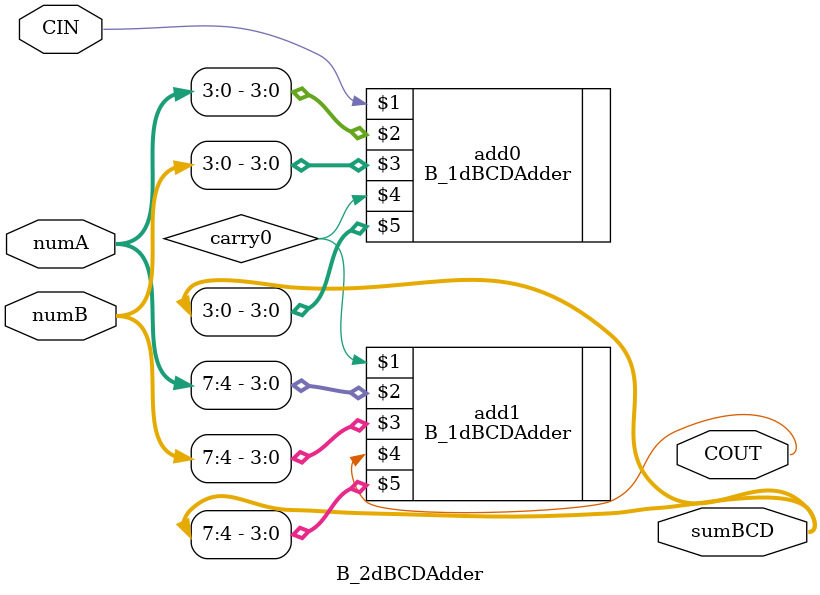
<source format=v>
module B_2dBCDAdder(
		input CIN,
		input [7:0]numA,
		input [7:0]numB,
		output COUT,
		output [7:0]sumBCD
);
	wire carry0;
	B_1dBCDAdder add0( CIN, numA[3:0], numB[3:0], carry0, sumBCD[3:0]);
	B_1dBCDAdder add1(carry0, numA[7:4], numB[7:4], COUT, sumBCD[7:4]);
endmodule

</source>
